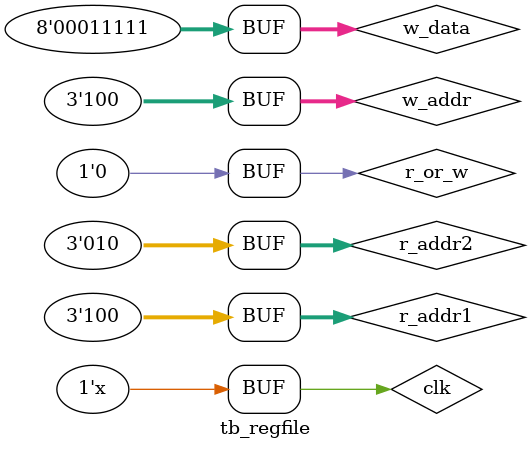
<source format=sv>
`timescale 1ns/1ps
module tb_regfile();

	bit clk;
	logic [2:0] r_addr1, r_addr2, w_addr;
	logic [7:0] w_data;
	bit r_or_w;
	
	wire [7:0] data1, data2;
	
	regfile uut (
		.clk(clk),
		.r_addr1(r_addr1),
		.r_addr2(r_addr2),
		.w_addr(w_addr),
		.w_data(w_data),
		.r_or_w(r_or_w),
		.data1(data1),
		.data2(data2)
		);
	
	initial begin
		clk = 0;
		#100;
		
		w_addr = 2;
		w_data = 63;
		r_or_w = 1;
		
		#100;
		
		r_addr1 = 2;
		r_addr2 = 1;
		r_or_w = 0;
		
		#100;
		
		w_addr = 4;
		w_data = 31;
		r_or_w = 1;
		
		#100;
		
		r_addr1 = 4;
		r_addr2 = 2;
		r_or_w = 0;
		
		#100;
		
		
	end
	
	always begin
		#50;
		clk = ~clk;
	end
endmodule

</source>
